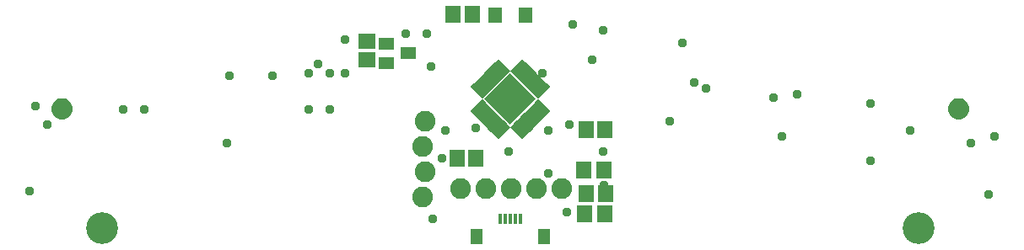
<source format=gbr>
G04 EAGLE Gerber RS-274X export*
G75*
%MOMM*%
%FSLAX34Y34*%
%LPD*%
%INSoldermask Top*%
%IPPOS*%
%AMOC8*
5,1,8,0,0,1.08239X$1,22.5*%
G01*
%ADD10R,1.203200X1.543200*%
%ADD11R,0.350000X1.100000*%
%ADD12C,2.082800*%
%ADD13R,1.503200X1.803200*%
%ADD14R,1.603200X1.203200*%
%ADD15R,1.803200X1.503200*%
%ADD16R,1.403200X1.603200*%
%ADD17R,0.503200X1.703200*%
%ADD18R,3.653200X3.653200*%
%ADD19C,3.203200*%
%ADD20C,0.959600*%

G36*
X1001792Y389520D02*
X1001792Y389520D01*
X1001835Y389532D01*
X1001901Y389539D01*
X1003584Y389990D01*
X1003625Y390009D01*
X1003688Y390028D01*
X1005268Y390765D01*
X1005305Y390791D01*
X1005364Y390820D01*
X1006792Y391820D01*
X1006823Y391852D01*
X1006876Y391891D01*
X1008109Y393124D01*
X1008134Y393160D01*
X1008180Y393208D01*
X1009180Y394636D01*
X1009198Y394677D01*
X1009235Y394732D01*
X1009972Y396312D01*
X1009983Y396355D01*
X1010010Y396416D01*
X1010461Y398099D01*
X1010463Y398131D01*
X1010470Y398152D01*
X1010470Y398167D01*
X1010480Y398208D01*
X1010632Y399945D01*
X1010628Y399989D01*
X1010632Y400055D01*
X1010480Y401792D01*
X1010468Y401835D01*
X1010461Y401901D01*
X1010010Y403584D01*
X1009991Y403625D01*
X1009972Y403688D01*
X1009235Y405268D01*
X1009209Y405305D01*
X1009180Y405364D01*
X1008180Y406792D01*
X1008148Y406823D01*
X1008109Y406876D01*
X1006876Y408109D01*
X1006840Y408134D01*
X1006792Y408180D01*
X1005364Y409180D01*
X1005323Y409198D01*
X1005268Y409235D01*
X1003688Y409972D01*
X1003645Y409983D01*
X1003584Y410010D01*
X1001901Y410461D01*
X1001856Y410464D01*
X1001792Y410480D01*
X1000055Y410632D01*
X1000011Y410628D01*
X999945Y410632D01*
X998208Y410480D01*
X998165Y410468D01*
X998099Y410461D01*
X996416Y410010D01*
X996375Y409991D01*
X996312Y409972D01*
X994732Y409235D01*
X994695Y409209D01*
X994636Y409180D01*
X993208Y408180D01*
X993177Y408148D01*
X993124Y408109D01*
X991891Y406876D01*
X991866Y406840D01*
X991820Y406792D01*
X990820Y405364D01*
X990802Y405323D01*
X990765Y405268D01*
X990028Y403688D01*
X990017Y403645D01*
X989990Y403584D01*
X989539Y401901D01*
X989536Y401856D01*
X989520Y401792D01*
X989368Y400055D01*
X989372Y400011D01*
X989368Y399945D01*
X989520Y398208D01*
X989532Y398165D01*
X989536Y398131D01*
X989536Y398115D01*
X989538Y398110D01*
X989539Y398099D01*
X989990Y396416D01*
X990009Y396375D01*
X990028Y396312D01*
X990765Y394732D01*
X990791Y394695D01*
X990820Y394636D01*
X991820Y393208D01*
X991852Y393177D01*
X991891Y393124D01*
X993124Y391891D01*
X993160Y391866D01*
X993208Y391820D01*
X994636Y390820D01*
X994677Y390802D01*
X994732Y390765D01*
X996312Y390028D01*
X996355Y390017D01*
X996416Y389990D01*
X998099Y389539D01*
X998144Y389536D01*
X998208Y389520D01*
X999945Y389368D01*
X999989Y389372D01*
X1000055Y389368D01*
X1001792Y389520D01*
G37*
G36*
X101792Y389520D02*
X101792Y389520D01*
X101835Y389532D01*
X101901Y389539D01*
X103584Y389990D01*
X103625Y390009D01*
X103688Y390028D01*
X105268Y390765D01*
X105305Y390791D01*
X105364Y390820D01*
X106792Y391820D01*
X106823Y391852D01*
X106876Y391891D01*
X108109Y393124D01*
X108134Y393160D01*
X108180Y393208D01*
X109180Y394636D01*
X109198Y394677D01*
X109235Y394732D01*
X109972Y396312D01*
X109983Y396355D01*
X110010Y396416D01*
X110461Y398099D01*
X110463Y398131D01*
X110470Y398152D01*
X110470Y398167D01*
X110480Y398208D01*
X110632Y399945D01*
X110628Y399989D01*
X110632Y400055D01*
X110480Y401792D01*
X110468Y401835D01*
X110461Y401901D01*
X110010Y403584D01*
X109991Y403625D01*
X109972Y403688D01*
X109235Y405268D01*
X109209Y405305D01*
X109180Y405364D01*
X108180Y406792D01*
X108148Y406823D01*
X108109Y406876D01*
X106876Y408109D01*
X106840Y408134D01*
X106792Y408180D01*
X105364Y409180D01*
X105323Y409198D01*
X105268Y409235D01*
X103688Y409972D01*
X103645Y409983D01*
X103584Y410010D01*
X101901Y410461D01*
X101856Y410464D01*
X101792Y410480D01*
X100055Y410632D01*
X100011Y410628D01*
X99945Y410632D01*
X98208Y410480D01*
X98165Y410468D01*
X98099Y410461D01*
X96416Y410010D01*
X96375Y409991D01*
X96312Y409972D01*
X94732Y409235D01*
X94695Y409209D01*
X94636Y409180D01*
X93208Y408180D01*
X93177Y408148D01*
X93124Y408109D01*
X91891Y406876D01*
X91866Y406840D01*
X91820Y406792D01*
X90820Y405364D01*
X90802Y405323D01*
X90765Y405268D01*
X90028Y403688D01*
X90017Y403645D01*
X89990Y403584D01*
X89539Y401901D01*
X89536Y401856D01*
X89520Y401792D01*
X89368Y400055D01*
X89372Y400011D01*
X89368Y399945D01*
X89520Y398208D01*
X89532Y398165D01*
X89536Y398131D01*
X89536Y398115D01*
X89538Y398110D01*
X89539Y398099D01*
X89990Y396416D01*
X90009Y396375D01*
X90028Y396312D01*
X90765Y394732D01*
X90791Y394695D01*
X90820Y394636D01*
X91820Y393208D01*
X91852Y393177D01*
X91891Y393124D01*
X93124Y391891D01*
X93160Y391866D01*
X93208Y391820D01*
X94636Y390820D01*
X94677Y390802D01*
X94732Y390765D01*
X96312Y390028D01*
X96355Y390017D01*
X96416Y389990D01*
X98099Y389539D01*
X98144Y389536D01*
X98208Y389520D01*
X99945Y389368D01*
X99989Y389372D01*
X100055Y389368D01*
X101792Y389520D01*
G37*
D10*
X516125Y271800D03*
X583875Y271800D03*
D11*
X540000Y289050D03*
X545000Y289050D03*
X550000Y289050D03*
X555000Y289050D03*
X560000Y289050D03*
D12*
X500000Y320000D03*
X525400Y320000D03*
X550800Y320000D03*
X576200Y320000D03*
X601600Y320000D03*
D13*
X625904Y314512D03*
X645904Y314512D03*
X624088Y338416D03*
X644088Y338416D03*
D14*
X447784Y455712D03*
X425784Y446212D03*
X425784Y465212D03*
D15*
X405928Y449260D03*
X405928Y468260D03*
D13*
X624816Y294216D03*
X644816Y294216D03*
X625924Y379392D03*
X644924Y379392D03*
X511628Y494992D03*
X492628Y494992D03*
D16*
X534872Y494320D03*
X564872Y494320D03*
D17*
G36*
X578285Y409978D02*
X574727Y413536D01*
X586769Y425578D01*
X590327Y422020D01*
X578285Y409978D01*
G37*
G36*
X574749Y413514D02*
X571191Y417072D01*
X583233Y429114D01*
X586791Y425556D01*
X574749Y413514D01*
G37*
G36*
X571214Y417049D02*
X567656Y420607D01*
X579698Y432649D01*
X583256Y429091D01*
X571214Y417049D01*
G37*
G36*
X567678Y420585D02*
X564120Y424143D01*
X576162Y436185D01*
X579720Y432627D01*
X567678Y420585D01*
G37*
G36*
X564143Y424120D02*
X560585Y427678D01*
X572627Y439720D01*
X576185Y436162D01*
X564143Y424120D01*
G37*
G36*
X560607Y427656D02*
X557049Y431214D01*
X569091Y443256D01*
X572649Y439698D01*
X560607Y427656D01*
G37*
G36*
X557072Y431191D02*
X553514Y434749D01*
X565556Y446791D01*
X569114Y443233D01*
X557072Y431191D01*
G37*
G36*
X553536Y434727D02*
X549978Y438285D01*
X562020Y450327D01*
X565578Y446769D01*
X553536Y434727D01*
G37*
G36*
X550022Y438285D02*
X546464Y434727D01*
X534422Y446769D01*
X537980Y450327D01*
X550022Y438285D01*
G37*
G36*
X546486Y434749D02*
X542928Y431191D01*
X530886Y443233D01*
X534444Y446791D01*
X546486Y434749D01*
G37*
G36*
X542951Y431214D02*
X539393Y427656D01*
X527351Y439698D01*
X530909Y443256D01*
X542951Y431214D01*
G37*
G36*
X539415Y427678D02*
X535857Y424120D01*
X523815Y436162D01*
X527373Y439720D01*
X539415Y427678D01*
G37*
G36*
X535880Y424143D02*
X532322Y420585D01*
X520280Y432627D01*
X523838Y436185D01*
X535880Y424143D01*
G37*
G36*
X532344Y420607D02*
X528786Y417049D01*
X516744Y429091D01*
X520302Y432649D01*
X532344Y420607D01*
G37*
G36*
X528809Y417072D02*
X525251Y413514D01*
X513209Y425556D01*
X516767Y429114D01*
X528809Y417072D01*
G37*
G36*
X525273Y413536D02*
X521715Y409978D01*
X509673Y422020D01*
X513231Y425578D01*
X525273Y413536D01*
G37*
G36*
X521715Y410022D02*
X525273Y406464D01*
X513231Y394422D01*
X509673Y397980D01*
X521715Y410022D01*
G37*
G36*
X525251Y406486D02*
X528809Y402928D01*
X516767Y390886D01*
X513209Y394444D01*
X525251Y406486D01*
G37*
G36*
X528786Y402951D02*
X532344Y399393D01*
X520302Y387351D01*
X516744Y390909D01*
X528786Y402951D01*
G37*
G36*
X532322Y399415D02*
X535880Y395857D01*
X523838Y383815D01*
X520280Y387373D01*
X532322Y399415D01*
G37*
G36*
X535857Y395880D02*
X539415Y392322D01*
X527373Y380280D01*
X523815Y383838D01*
X535857Y395880D01*
G37*
G36*
X539393Y392344D02*
X542951Y388786D01*
X530909Y376744D01*
X527351Y380302D01*
X539393Y392344D01*
G37*
G36*
X542928Y388809D02*
X546486Y385251D01*
X534444Y373209D01*
X530886Y376767D01*
X542928Y388809D01*
G37*
G36*
X546464Y385273D02*
X550022Y381715D01*
X537980Y369673D01*
X534422Y373231D01*
X546464Y385273D01*
G37*
G36*
X549978Y381715D02*
X553536Y385273D01*
X565578Y373231D01*
X562020Y369673D01*
X549978Y381715D01*
G37*
G36*
X553514Y385251D02*
X557072Y388809D01*
X569114Y376767D01*
X565556Y373209D01*
X553514Y385251D01*
G37*
G36*
X557049Y388786D02*
X560607Y392344D01*
X572649Y380302D01*
X569091Y376744D01*
X557049Y388786D01*
G37*
G36*
X560585Y392322D02*
X564143Y395880D01*
X576185Y383838D01*
X572627Y380280D01*
X560585Y392322D01*
G37*
G36*
X564120Y395857D02*
X567678Y399415D01*
X579720Y387373D01*
X576162Y383815D01*
X564120Y395857D01*
G37*
G36*
X567656Y399393D02*
X571214Y402951D01*
X583256Y390909D01*
X579698Y387351D01*
X567656Y399393D01*
G37*
G36*
X571191Y402928D02*
X574749Y406486D01*
X586791Y394444D01*
X583233Y390886D01*
X571191Y402928D01*
G37*
G36*
X574727Y406464D02*
X578285Y410022D01*
X590327Y397980D01*
X586769Y394422D01*
X574727Y406464D01*
G37*
D18*
G36*
X524168Y410000D02*
X550000Y435832D01*
X575832Y410000D01*
X550000Y384168D01*
X524168Y410000D01*
G37*
D19*
X960000Y280000D03*
X140000Y280000D03*
D12*
X462026Y310896D03*
X464566Y336296D03*
X462026Y361696D03*
X464566Y387096D03*
D13*
X496468Y350520D03*
X515468Y350520D03*
D20*
X542544Y411480D03*
X557784Y411480D03*
X606552Y295656D03*
X612648Y484632D03*
X384048Y469392D03*
X644088Y323088D03*
X265176Y365760D03*
X268224Y432816D03*
X67056Y316992D03*
X73152Y402336D03*
X161544Y399288D03*
X466344Y475488D03*
X472440Y289560D03*
X746760Y420624D03*
X710184Y387096D03*
X643128Y478536D03*
X838200Y414528D03*
X950976Y377952D03*
X1036320Y371856D03*
X1030224Y313944D03*
X911352Y347472D03*
X822960Y371856D03*
X356616Y445008D03*
X722376Y466344D03*
X481584Y350520D03*
X515112Y381000D03*
X484632Y377952D03*
X582360Y436056D03*
X643128Y356616D03*
X1011936Y365760D03*
X911352Y405384D03*
X813816Y411480D03*
X734568Y426720D03*
X632460Y449580D03*
X470624Y442128D03*
X384048Y435864D03*
X310896Y432816D03*
X182880Y399288D03*
X85344Y384048D03*
X588264Y377952D03*
X609600Y384048D03*
X588264Y335280D03*
X445008Y475488D03*
X347472Y399288D03*
X347472Y435864D03*
X548640Y356616D03*
X368808Y399288D03*
X368808Y435864D03*
M02*

</source>
